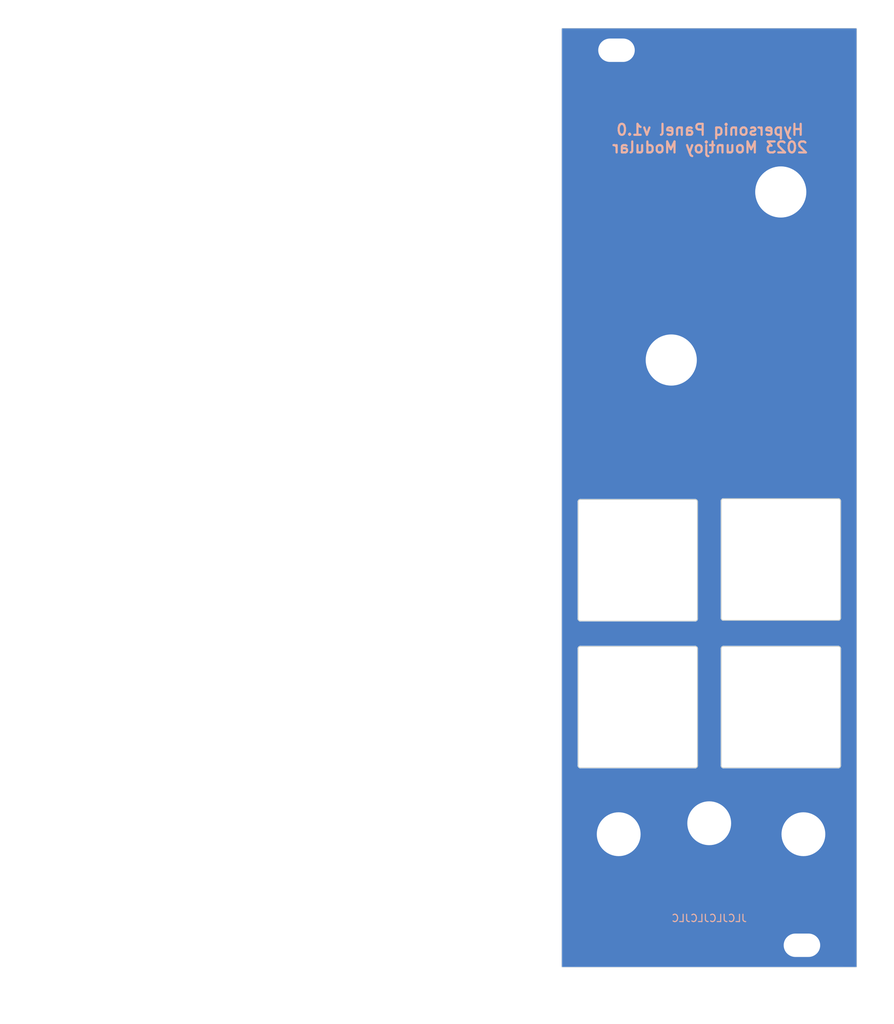
<source format=kicad_pcb>
(kicad_pcb (version 20221018) (generator pcbnew)
  (layers (0 "F.Cu" signal) (31 "B.Cu" signal) (34 "B.Paste" user) (35 "F.Paste" user) (36 "B.SilkS" user "B.Silkscreen") (37 "F.SilkS" user "F.Silkscreen") (38 "B.Mask" user) (39 "F.Mask" user) (44 "Edge.Cuts" user))
  (net 0 "")
  (footprint "Custom_Footprints:Thonkiconn_Socket_MountingHole_6mm" (layer "F.Cu") (at 70.2 140 180)
    (fp_text reference "Ref**" hide)
    (fp_text value "Thonkiconn_Socket_MountingHole_6mm")
    (pad "" np_thru_hole circle (at 0 0 180) (size 6 6) (drill 6) (layers "*.Cu" "*.Mask"))
  )
  (footprint "Custom_Footprints:Alpha_9mm_pot_hole" (layer "F.Cu") (at 80 53.6 180)
    (fp_text reference "Ref**" hide)
    (fp_text value "Alpha_9mm_pot" hide)
    (pad "" np_thru_hole circle (at 0 0 180) (size 7 7) (drill 7) (layers "*.Cu" "*.Mask"))
  )
  (footprint "Graphics:logo" (layer "F.Cu") (at 75.4 34.6)
    (fp_text reference "G***" hide)
    (fp_text value "LOGO" hide)
  )
  (footprint "Custom_Footprints:Alpha_9mm_pot_hole" (layer "F.Cu") (at 65 76.6 180)
    (fp_text reference "Ref**" hide)
    (fp_text value "Alpha_9mm_pot" hide)
    (pad "" np_thru_hole circle (at 0 0 180) (size 7 7) (drill 7) (layers "*.Cu" "*.Mask"))
  )
  (footprint "Custom_Footprints:RJ45_Molex_42878-8506_Mounting_Hole" (layer "F.Cu") (at 80 124.1)
    (fp_text reference "Output" hide)
    (fp_text value "RJ45_Molex_42878-8506_Mounting_Hole")
    (fp_line (start -8.16 -8.02) (end -8.16 8.02) (stroke (width 0.12)) (layer "Edge.Cuts"))
    (fp_line (start 7.88 -8.32) (end -7.88 -8.32) (stroke (width 0.12)) (layer "Edge.Cuts"))
    (fp_line (start 7.88 8.32) (end -7.88 8.32) (stroke (width 0.12)) (layer "Edge.Cuts"))
    (fp_line (start 8.19 -8.02) (end 8.19 8.02) (stroke (width 0.12)) (layer "Edge.Cuts"))
    (fp_arc (start -8.16 -8.02) (mid -8.081443 -8.227347) (end -7.88 -8.32) (stroke (width 0.12)) (layer "Edge.Cuts"))
    (fp_arc (start -7.88 8.32) (mid -8.081749 8.227632) (end -8.16 8.02) (stroke (width 0.12)) (layer "Edge.Cuts"))
    (fp_arc (start 7.88 -8.32) (mid 8.096622 -8.233665) (end 8.19 -8.02) (stroke (width 0.12)) (layer "Edge.Cuts"))
    (fp_arc (start 8.19 8.02) (mid 8.100917 8.238111) (end 7.88 8.32) (stroke (width 0.12)) (layer "Edge.Cuts"))
  )
  (footprint "Custom_Footprints:RJ45_Molex_42878-8506_Mounting_Hole" (layer "F.Cu") (at 80 103.9)
    (fp_text reference "PWM_In" hide)
    (fp_text value "RJ45_Molex_42878-8506_Mounting_Hole")
    (fp_line (start -8.16 -8.02) (end -8.16 8.02) (stroke (width 0.12)) (layer "Edge.Cuts"))
    (fp_line (start 7.88 -8.32) (end -7.88 -8.32) (stroke (width 0.12)) (layer "Edge.Cuts"))
    (fp_line (start 7.88 8.32) (end -7.88 8.32) (stroke (width 0.12)) (layer "Edge.Cuts"))
    (fp_line (start 8.19 -8.02) (end 8.19 8.02) (stroke (width 0.12)) (layer "Edge.Cuts"))
    (fp_arc (start -8.16 -8.02) (mid -8.081443 -8.227347) (end -7.88 -8.32) (stroke (width 0.12)) (layer "Edge.Cuts"))
    (fp_arc (start -7.88 8.32) (mid -8.081749 8.227632) (end -8.16 8.02) (stroke (width 0.12)) (layer "Edge.Cuts"))
    (fp_arc (start 7.88 -8.32) (mid 8.096622 -8.233665) (end 8.19 -8.02) (stroke (width 0.12)) (layer "Edge.Cuts"))
    (fp_arc (start 8.19 8.02) (mid 8.100917 8.238111) (end 7.88 8.32) (stroke (width 0.12)) (layer "Edge.Cuts"))
  )
  (footprint "Custom_Footprints:Oval_Mounting_Hole" (layer "F.Cu") (at 82.9 156.7)
    (fp_text reference "Ref**" hide)
    (fp_text value "Oval_Mounting_Hole")
    (pad "" np_thru_hole oval (at 0 0) (size 5 3.2) (drill oval 5 3.2) (layers "*.Cu" "*.Mask"))
  )
  (footprint "Custom_Footprints:Thonkiconn_Socket_MountingHole_6mm" (layer "F.Cu") (at 57.8 141.5 180)
    (fp_text reference "Ref**" hide)
    (fp_text value "Thonkiconn_Socket_MountingHole_6mm")
    (pad "" np_thru_hole circle (at 0 0 180) (size 6 6) (drill 6) (layers "*.Cu" "*.Mask"))
  )
  (footprint "Custom_Footprints:Thonkiconn_Socket_MountingHole_6mm" (layer "F.Cu") (at 83.1 141.5 180)
    (fp_text reference "Ref**" hide)
    (fp_text value "Thonkiconn_Socket_MountingHole_6mm")
    (pad "" np_thru_hole circle (at 0 0 180) (size 6 6) (drill 6) (layers "*.Cu" "*.Mask"))
  )
  (footprint "Custom_Footprints:RJ45_Molex_42878-8506_Mounting_Hole" (layer "F.Cu") (at 60.4 104)
    (fp_text reference "FM_In" hide)
    (fp_text value "RJ45_Molex_42878-8506_Mounting_Hole")
    (fp_line (start -8.16 -8.02) (end -8.16 8.02) (stroke (width 0.12)) (layer "Edge.Cuts"))
    (fp_line (start 7.88 -8.32) (end -7.88 -8.32) (stroke (width 0.12)) (layer "Edge.Cuts"))
    (fp_line (start 7.88 8.32) (end -7.88 8.32) (stroke (width 0.12)) (layer "Edge.Cuts"))
    (fp_line (start 8.19 -8.02) (end 8.19 8.02) (stroke (width 0.12)) (layer "Edge.Cuts"))
    (fp_arc (start -8.16 -8.02) (mid -8.081443 -8.227347) (end -7.88 -8.32) (stroke (width 0.12)) (layer "Edge.Cuts"))
    (fp_arc (start -7.88 8.32) (mid -8.081749 8.227632) (end -8.16 8.02) (stroke (width 0.12)) (layer "Edge.Cuts"))
    (fp_arc (start 7.88 -8.32) (mid 8.096622 -8.233665) (end 8.19 -8.02) (stroke (width 0.12)) (layer "Edge.Cuts"))
    (fp_arc (start 8.19 8.02) (mid 8.100917 8.238111) (end 7.88 8.32) (stroke (width 0.12)) (layer "Edge.Cuts"))
  )
  (footprint "Custom_Footprints:Oval_Mounting_Hole" (layer "F.Cu") (at 57.5 34.2)
    (fp_text reference "Ref**" hide)
    (fp_text value "Oval_Mounting_Hole")
    (pad "" np_thru_hole oval (at 0 0) (size 5 3.2) (drill oval 5 3.2) (layers "*.Cu" "*.Mask"))
  )
  (footprint "Custom_Footprints:RJ45_Molex_42878-8506_Mounting_Hole" (layer "F.Cu") (at 60.4 124.1)
    (fp_text reference "V_per_Oct_In" hide)
    (fp_text value "RJ45_Molex_42878-8506_Mounting_Hole")
    (fp_line (start -8.16 -8.02) (end -8.16 8.02) (stroke (width 0.12)) (layer "Edge.Cuts"))
    (fp_line (start 7.88 -8.32) (end -7.88 -8.32) (stroke (width 0.12)) (layer "Edge.Cuts"))
    (fp_line (start 7.88 8.32) (end -7.88 8.32) (stroke (width 0.12)) (layer "Edge.Cuts"))
    (fp_line (start 8.19 -8.02) (end 8.19 8.02) (stroke (width 0.12)) (layer "Edge.Cuts"))
    (fp_arc (start -8.16 -8.02) (mid -8.081443 -8.227347) (end -7.88 -8.32) (stroke (width 0.12)) (layer "Edge.Cuts"))
    (fp_arc (start -7.88 8.32) (mid -8.081749 8.227632) (end -8.16 8.02) (stroke (width 0.12)) (layer "Edge.Cuts"))
    (fp_arc (start 7.88 -8.32) (mid 8.096622 -8.233665) (end 8.19 -8.02) (stroke (width 0.12)) (layer "Edge.Cuts"))
    (fp_arc (start 8.19 8.02) (mid 8.100917 8.238111) (end 7.88 8.32) (stroke (width 0.12)) (layer "Edge.Cuts"))
  )
  (footprint "kibuzzard-63FBCCA9" (layer "F.Cu") (at 60.6 93.6)
    (fp_text reference "kibuzzard-63FBCCA9" hide)
    (fp_text value "G***" hide)
  )
  (gr_rect (start 50 31.2) (end 90.4 159.7) (stroke (width 0.05)) (fill none) (layer "Edge.Cuts"))
  (gr_text "Hypersoniq Panel v1.0\n2023 Mountjoy Modular" (at 70.3 46.3) (layer "B.SilkS") (effects (font (size 1.5 1.5) (thickness 0.3)) (justify mirror)))
  (gr_text "JLCJLCJLCJLC" (at 70.2 153) (layer "B.SilkS") (effects (font (size 1 1)) (justify mirror)))
  (zone (net 0) (net_name "") (layer "F.Cu") (connect_pads (clearance 0.5)) (min_thickness 0.254) (fill yes (thermal_gap 0.508) (thermal_bridge_width 0.508) (smoothing fillet) (radius 2))
    (polygon (pts (xy 90.3 159.7) (xy 50.1 159.7) (xy 50.1 31.3) (xy 90.3 31.3)))
  )
  (zone (net 0) (net_name "") (layer "B.Cu") (connect_pads (clearance 0.508)) (min_thickness 0.254) (fill yes (thermal_gap 0.508) (thermal_bridge_width 0.508))
    (polygon (pts (xy 49.3 30.6) (xy 91.1 30.6) (xy 91.1 161.1) (xy 49.3 161.1)))
  )
)
</source>
